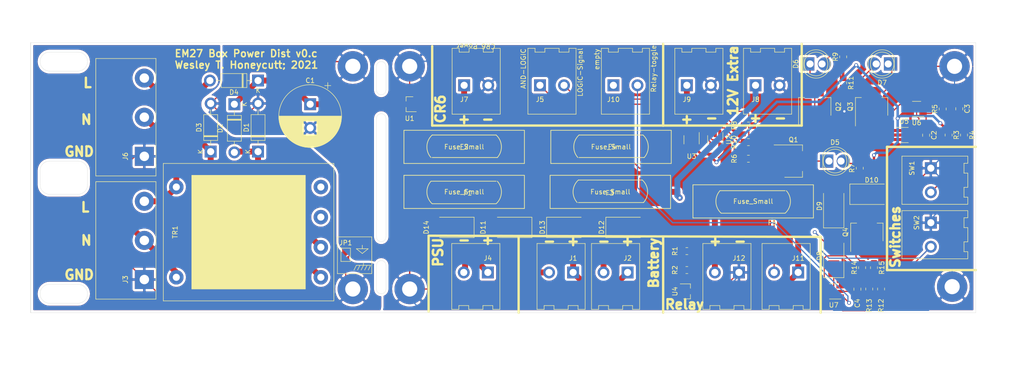
<source format=kicad_pcb>
(kicad_pcb (version 20241229) (generator "pcbnew") (generator_version "9.0")
  (title_block (title "EM27 Box Power Distribution Circuit") (date "2021-10-19") (rev "0.a") (company "Wesley T. Honeycutt"))
  (layers (0 "F.Cu" signal) (2 "B.Cu" signal) (13 "F.Paste" user) (15 "B.Paste" user) (5 "F.SilkS" user) (7 "B.SilkS" user) (1 "F.Mask" user) (3 "B.Mask" user) (25 "Edge.Cuts" user))
  (net 0 "")
  (net 1 "Net-(C1-Pad1)")
  (net 2 "GND")
  (net 3 "Net-(C2-Pad1)")
  (net 4 "Net-(C2-Pad2)")
  (net 5 "Net-(C3-Pad2)")
  (net 6 "Net-(C4-Pad2)")
  (net 7 "Net-(D1-Pad1)")
  (net 8 "Net-(D3-Pad1)")
  (net 9 "Net-(D5-Pad1)")
  (net 10 "Net-(D5-Pad2)")
  (net 11 "Net-(D6-Pad1)")
  (net 12 "Net-(D6-Pad2)")
  (net 13 "Net-(D7-Pad2)")
  (net 14 "Net-(D7-Pad1)")
  (net 15 "Net-(D8-Pad2)")
  (net 16 "+12V")
  (net 17 "Net-(D10-Pad1)")
  (net 18 "Net-(J3-Pad3)")
  (net 19 "Net-(J3-Pad2)")
  (net 20 "GNDPWR")
  (net 21 "Net-(F1-Pad1)")
  (net 22 "LOGIC-Signal")
  (net 23 "Net-(J5-Pad1)")
  (net 24 "Net-(F2-Pad2)")
  (net 25 "Net-(F3-Pad2)")
  (net 26 "Net-(F4-Pad2)")
  (net 27 "Net-(J10-Pad1)")
  (net 28 "Relay-toggle")
  (net 29 "Net-(F5-Pad2)")
  (net 30 "Net-(Q1-Pad1)")
  (net 31 "Net-(Q2-Pad1)")
  (net 32 "Net-(Q3-Pad1)")
  (net 33 "Net-(Q4-Pad1)")
  (net 34 "Net-(R1-Pad2)")
  (net 35 "+5V")
  (net 36 "LOGIC-Button")
  (net 37 "LOGIC-VAC")
  (net 38 "Net-(R14-Pad1)")
  (net 39 "Net-(TR1-Pad5)")
  (net 40 "Net-(TR1-Pad6)")
  (net 41 "Net-(U2-Pad4)")
  (net 42 "Net-(U5-Pad4)")
  (net 43 "Net-(D11-Pad1)")
  (net 44 "Net-(D12-Pad1)")
  (net 45 "Net-(D13-Pad2)")
  (net 46 "Net-(D14-Pad1)")
  (footprint "Capacitor_THT:CP_Radial_D13.0mm_P5.00mm" (layer "F.Cu") (at 71 25 -90)
    (property "Reference" "C1")
    (property "Value" "1kF")
  )
  (footprint "Diode_THT:D_DO-41_SOD81_P10.16mm_Horizontal" (layer "F.Cu") (at 60 20 180)
    (property "Reference" "D4")
    (property "Value" "1N4007")
  )
  (footprint "LED_THT:LED_D5.0mm" (layer "F.Cu") (at 180.5 37)
    (property "Reference" "D5")
    (property "Value" "LED")
  )
  (footprint "LED_THT:LED_D5.0mm" (layer "F.Cu") (at 193 16.5 180)
    (property "Reference" "D7")
    (property "Value" "LED")
  )
  (footprint "Diode_SMD:D_SMB_Handsoldering" (layer "F.Cu") (at 181.5 57 90)
    (property "Reference" "D8")
    (property "Value" "1n4002")
  )
  (footprint "Diode_SMD:D_SMB_Handsoldering" (layer "F.Cu") (at 181.5 46.5 90)
    (property "Reference" "D9")
    (property "Value" "1n4002")
  )
  (footprint "Diode_SMD:D_SMB_Handsoldering" (layer "F.Cu") (at 189.5 44)
    (property "Reference" "D10")
    (property "Value" "1n4002")
  )
  (footprint "BlueNalgenePrivateStock:KobiConn_5.08mm-2pos-35deg_screwterminal" (layer "F.Cu") (at 126.5 60.5 180)
    (property "Reference" "J1")
    (property "Value" "Screw_Terminal_01x02")
  )
  (footprint "BlueNalgenePrivateStock:KobiConn_5.08mm-2pos-35deg_screwterminal" (layer "F.Cu") (at 138 60.5 180)
    (property "Reference" "J2")
    (property "Value" "Screw_Terminal_01x02")
  )
  (footprint "BlueNalgenePrivateStock:Molex_Barrier_Term_Block-8.26mm-3pos" (layer "F.Cu") (at 36 62 90)
    (property "Reference" "J3")
    (property "Value" "Screw_Terminal_01x03")
  )
  (footprint "BlueNalgenePrivateStock:KobiConn_5.08mm-2pos-35deg_screwterminal" (layer "F.Cu") (at 108.5 60.5 180)
    (property "Reference" "J4")
    (property "Value" "Screw_Terminal_01x02")
  )
  (footprint "BlueNalgenePrivateStock:KobiConn_5.08mm-2pos-35deg_screwterminal" (layer "F.Cu") (at 119.5 21)
    (property "Reference" "J5")
    (property "Value" "Screw_Terminal_01x02")
  )
  (footprint "BlueNalgenePrivateStock:Molex_Barrier_Term_Block-8.26mm-3pos" (layer "F.Cu") (at 36 36 90)
    (property "Reference" "J6")
    (property "Value" "Screw_Terminal_01x03")
  )
  (footprint "BlueNalgenePrivateStock:KobiConn_5.08mm-2pos-35deg_screwterminal" (layer "F.Cu") (at 165 21)
    (property "Reference" "J8")
    (property "Value" "Screw_Terminal_01x02")
  )
  (footprint "BlueNalgenePrivateStock:KobiConn_5.08mm-2pos-35deg_screwterminal" (layer "F.Cu") (at 150.5 21)
    (property "Reference" "J9")
    (property "Value" "Screw_Terminal_01x02")
  )
  (footprint "BlueNalgenePrivateStock:KobiConn_5.08mm-2pos-35deg_screwterminal" (layer "F.Cu") (at 135 21)
    (property "Reference" "J10")
    (property "Value" "Screw_Terminal_01x02")
  )
  (footprint "BlueNalgenePrivateStock:KobiConn_5.08mm-2pos-35deg_screwterminal" (layer "F.Cu") (at 174 60.5 180)
    (property "Reference" "J11")
    (property "Value" "Screw_Terminal_01x02")
  )
  (footprint "Package_TO_SOT_SMD:SOT-223-3_TabPin2" (layer "F.Cu") (at 173 37)
    (property "Reference" "Q1")
    (property "Value" "PZT3904")
  )
  (footprint "Package_TO_SOT_SMD:SOT-223-3_TabPin2" (layer "F.Cu") (at 189.5 25.5 90)
    (property "Reference" "Q3")
    (property "Value" "PZT3904")
  )
  (footprint "Resistor_SMD:R_0805_2012Metric_Pad1.20x1.40mm_HandSolder" (layer "F.Cu") (at 150.5 60 180)
    (property "Reference" "R2")
    (property "Value" "10k")
  )
  (footprint "Resistor_SMD:R_0805_2012Metric_Pad1.20x1.40mm_HandSolder" (layer "F.Cu") (at 163.5 36.5 180)
    (property "Reference" "R6")
    (property "Value" "0R")
  )
  (footprint "Resistor_SMD:R_0805_2012Metric_Pad1.20x1.40mm_HandSolder" (layer "F.Cu") (at 191.5 64 90)
    (property "Reference" "R12")
    (property "Value" "100k")
  )
  (footprint "Resistor_SMD:R_0805_2012Metric_Pad1.20x1.40mm_HandSolder" (layer "F.Cu") (at 189 64 -90)
    (property "Reference" "R13")
    (property "Value" "5M")
  )
  (footprint "BlueNalgenePrivateStock:KobiConn_5.08mm-2pos-35deg_screwterminal" (layer "F.Cu") (at 202 38.5 -90)
    (property "Reference" "SW1")
    (property "Value" "SW_Push")
  )
  (footprint "BlueNalgenePrivateStock:KobiConn_5.08mm-2pos-35deg_screwterminal" (layer "F.Cu") (at 202 50 -90)
    (property "Reference" "SW2")
    (property "Value" "SW_Push")
  )
  (footprint "Package_TO_SOT_SMD:SOT-23-5_HandSoldering" (layer "F.Cu") (at 151.5 32.5 -90)
    (property "Reference" "U3")
    (property "Value" "74AHCT1G08")
  )
  (footprint "Package_TO_SOT_SMD:SOT-23" (layer "F.Cu") (at 150.5 64.5)
    (property "Reference" "U4")
    (property "Value" "MCP1700-5002E_SOT23")
  )
  (footprint "Diode_THT:D_DO-41_SOD81_P10.16mm_Horizontal" (layer "F.Cu") (at 55 25 -90)
    (property "Reference" "D2")
    (property "Value" "1N4007")
  )
  (footprint "Resistor_SMD:R_0805_2012Metric_Pad1.20x1.40mm_HandSolder" (layer "F.Cu") (at 163.5 33 180)
    (property "Reference" "R10")
    (property "Value" "0R")
  )
  (footprint "Package_TO_SOT_SMD:SOT-223-3_TabPin2" (layer "F.Cu") (at 188.5 52 90)
    (property "Reference" "Q4")
    (property "Value" "PZT3904")
  )
  (footprint "Resistor_SMD:R_0805_2012Metric_Pad1.20x1.40mm_HandSolder" (layer "F.Cu") (at 190 59.5 -90)
    (property "Reference" "R15")
    (property "Value" "0R")
  )
  (footprint "Resistor_SMD:R_0805_2012Metric_Pad1.20x1.40mm_HandSolder" (layer "F.Cu") (at 187.5 59.5 90)
    (property "Reference" "R14")
    (property "Value" "0R")
  )
  (footprint "Diode_THT:D_DO-41_SOD81_P10.16mm_Horizontal" (layer "F.Cu") (at 60 35 90)
    (property "Reference" "D1")
    (property "Value" "1N4007")
  )
  (footprint "Diode_THT:D_DO-41_SOD81_P10.16mm_Horizontal" (layer "F.Cu") (at 50 35 90)
    (property "Reference" "D3")
    (property "Value" "1N4007")
  )
  (footprint "BlueNalgenePrivateStock:FUSE_5x20" (layer "F.Cu") (at 103.5 43.5 180)
    (property "Reference" "F1")
    (property "Value" "Fuse_Small")
  )
  (footprint "BlueNalgenePrivateStock:FUSE_5x20" (layer "F.Cu") (at 134.5 34)
    (property "Reference" "F4")
    (property "Value" "Fuse_Small")
  )
  (footprint "MountingHole:MountingHole_3.2mm_M3_Pad" (layer "F.Cu") (at 206.5 63.5)
    (property "Reference" "H1" (hide yes))
    (property "Value" "MountingHole_Pad")
  )
  (footprint "MountingHole:MountingHole_3.2mm_M3_Pad" (layer "F.Cu") (at 92 17)
    (property "Reference" "H3" (hide yes))
    (property "Value" "MountingHole_Pad")
  )
  (footprint "MountingHole:MountingHole_3.2mm_M3_Pad" (layer "F.Cu") (at 80 64)
    (property "Reference" "H5" (hide yes))
    (property "Value" "MountingHole_Pad")
  )
  (footprint "MountingHole:MountingHole_3.2mm_M3_Pad" (layer "F.Cu") (at 80 17)
    (property "Reference" "H6" (hide yes))
    (property "Value" "MountingHole_Pad")
  )
  (footprint "MountingHole:MountingHole_3.2mm_M3_Pad" (layer "F.Cu") (at 207 17)
    (property "Reference" "H2" (hide yes))
    (property "Value" "MountingHole_Pad")
  )
  (footprint "LED_THT:LED_D5.0mm" (layer "F.Cu") (at 176.5 16.5)
    (property "Reference" "D6")
    (property "Value" "LED")
  )
  (footprint "Package_TO_SOT_SMD:SOT-23" (layer "F.Cu") (at 92 25 180)
    (property "Reference" "U1")
    (property "Value" "MCP1700-5002E_SOT23")
  )
  (footprint "Resistor_SMD:R_0805_2012Metric_Pad1.20x1.40mm_HandSolder" (layer "F.Cu") (at 183.5 15 90)
    (property "Reference" "R9")
    (property "Value" "10k")
  )
  (footprint "Package_TO_SOT_SMD:SOT-223-3_TabPin2" (layer "F.Cu") (at 177.5 25.5 90)
    (property "Reference" "Q2")
    (property "Value" "PZT3904")
  )
  (footprint "BlueNalgenePrivateStock:FUSE_5x20" (layer "F.Cu") (at 164.5 45.5 180)
    (property "Reference" "F5")
    (property "Value" "Fuse_Small")
  )
  (footprint "BlueNalgenePrivateStock:FUSE_5x20" (layer "F.Cu") (at 103.5 34)
    (property "Reference" "F2")
    (property "Value" "Fuse_Small")
  )
  (footprint "BlueNalgenePrivateStock:KobiConn_5.08mm-2pos-35deg_screwterminal" (layer "F.Cu") (at 161.5 60.5 180)
    (property "Reference" "J12")
    (property "Value" "Screw_Terminal_01x02")
  )
  (footprint "Resistor_SMD:R_0805_2012Metric_Pad1.20x1.40mm_HandSolder" (layer "F.Cu") (at 150.5 56)
    (property "Reference" "R1")
    (property "Value" "15k")
  )
  (footprint "Capacitor_SMD:C_0805_2012Metric_Pad1.18x1.45mm_HandSolder" (layer "F.Cu") (at 186.5 64.0375 -90)
    (property "Reference" "C4")
    (property "Value" "1uF")
  )
  (footprint "Resistor_SMD:R_0805_2012Metric_Pad1.20x1.40mm_HandSolder" (layer "F.Cu") (at 163.5 29.5 180)
    (property "Reference" "R8")
    (property "Value" "0R")
  )
  (footprint "Resistor_SMD:R_0805_2012Metric_Pad1.20x1.40mm_HandSolder" (layer "F.Cu") (at 187 38.5 90)
    (property "Reference" "R7")
    (property "Value" "10k")
  )
  (footprint "Resistor_SMD:R_0805_2012Metric_Pad1.20x1.40mm_HandSolder" (layer "F.Cu") (at 183.5 20.5 -90)
    (property "Reference" "R11")
    (property "Value" "10k")
  )
  (footprint "MountingHole:MountingHole_3.2mm_M3_Pad" (layer "F.Cu") (at 92 64)
    (property "Reference" "H4" (hide yes))
    (property "Value" "MountingHole_Pad")
  )
  (footprint "Resistor_SMD:R_0805_2012Metric_Pad1.20x1.40mm_HandSolder" (layer "F.Cu") (at 204.5 26 90)
    (property "Reference" "R5")
    (property "Value" "100k")
  )
  (footprint "Resistor_SMD:R_0805_2012Metric_Pad1.20x1.40mm_HandSolder" (layer "F.Cu") (at 209 31.5 90)
    (property "Reference" "R4")
    (property "Value" "5M")
  )
  (footprint "Package_TO_SOT_SMD:SOT-23-5_HandSoldering" (layer "F.Cu") (at 196.35 31.5)
    (property "Reference" "U5")
    (property "Value" "74AHCT1G00")
  )
  (footprint "Package_TO_SOT_SMD:SOT-23-5_HandSoldering" (layer "F.Cu") (at 199 26 180)
    (property "Reference" "U6")
    (property "Value" "74AHCT1G00")
  )
  (footprint "Capacitor_SMD:C_0805_2012Metric_Pad1.18x1.45mm_HandSolder" (layer "F.Cu") (at 208 25.9625 -90)
    (property "Reference" "C3")
    (property "Value" "1uF")
  )
  (footprint "Capacitor_SMD:C_0805_2012Metric_Pad1.18x1.45mm_HandSolder" (layer "F.Cu") (at 201 31.5375 -90)
    (property "Reference" "C2")
    (property "Value" "1uF")
  )
  (footprint "Diode_SMD:D_SMB_Handsoldering" (layer "F.Cu") (at 138 51)
    (property "Reference" "D12")
    (property "Value" "D_Schottky")
  )
  (footprint "Diode_SMD:D_SMB_Handsoldering" (layer "F.Cu") (at 125.5 51)
    (property "Reference" "D13")
    (property "Value" "D_Schottky")
  )
  (footprint "Diode_SMD:D_SMB_Handsoldering" (layer "F.Cu") (at 113.2 51 180)
    (property "Reference" "D11")
    (property "Value" "D_Schottky")
  )
  (footprint "Diode_SMD:D_SMB_Handsoldering" (layer "F.Cu") (at 101 51 180)
    (property "Reference" "D14")
    (property "Value" "D_Schottky")
  )
  (footprint "Jumper:SolderJumper-2_P1.3mm_Open_TrianglePad1.0x1.5mm" (layer "F.Cu") (at 78.5 56.775 -90)
    (property "Reference" "JP1")
    (property "Value" "Jumper_NO_Small")
  )
  (footprint "BlueNalgenePrivateStock:KobiConn_5.08mm-2pos-35deg_screwterminal" (layer "F.Cu") (at 103.5 21)
    (property "Reference" "J7")
    (property "Value" "Screw_Terminal_01x02")
  )
  (footprint "BlueNalgenePrivateStock:FUSE_5x20" (layer "F.Cu") (at 134.356 43.5)
    (property "Reference" "F3")
    (property "Value" "Fuse_Small")
  )
  (footprint "Resistor_SMD:R_0805_2012Metric_Pad1.20x1.40mm_HandSolder" (layer "F.Cu") (at 205.75 31.5 -90)
    (property "Reference" "R3")
    (property "Value" "100k")
  )
  (footprint "Package_TO_SOT_SMD:SOT-23-5_HandSoldering" (layer "F.Cu") (at 156.5 32.5 -90)
    (property "Reference" "U2")
    (property "Value" "74AHCT1G86")
  )
  (footprint "Package_TO_SOT_SMD:SOT-23-5_HandSoldering" (layer "F.Cu") (at 181.5 64.5 180)
    (property "Reference" "U7")
    (property "Value" "74AHCT1G86")
  )
  (footprint "BlueNalgenePrivateStock:F12-090-C2" (layer "F.Cu") (at 58 52 -90)
    (property "Reference" "TR1")
    (property "Value" "F12-090-C2_Transformer")
  )
  (gr_line (start 83.25 55.5) (end 82 55.5) (stroke (width 0.12)) (layer "F.SilkS"))
  (gr_line (start 155 28) (end 156.5 28) (stroke (width 0.5)) (layer "F.SilkS"))
  (gr_line (start 165 27.25) (end 165 28.75) (stroke (width 0.5)) (layer "F.SilkS"))
  (gr_line (start 161 54) (end 162.5 54) (stroke (width 0.5)) (layer "F.SilkS"))
  (gr_line (start 156.5 53.25) (end 156.5 54.75) (stroke (width 0.5)) (layer "F.SilkS"))
  (gr_line (start 145.5 69) (end 145.5 53) (stroke (width 0.5)) (layer "F.SilkS"))
  (gr_line (start 192.75 60) (end 211.5 60) (stroke (width 0.5)) (layer "F.SilkS"))
  (gr_line (start 108.5 53) (end 108.5 54.5) (stroke (width 0.5)) (layer "F.SilkS"))
  (gr_line (start 107.75 53.75) (end 109.25 53.75) (stroke (width 0.5)) (layer "F.SilkS"))
  (gr_line (start 102.75 53.75) (end 104.25 53.75) (stroke (width 0.5)) (layer "F.SilkS"))
  (gr_line (start 138 53.25) (end 138 54.75) (stroke (width 0.5)) (layer "F.SilkS"))
  (gr_line (start 137.25 54) (end 138.75 54) (stroke (width 0.5)) (layer "F.SilkS"))
  (gr_line (start 132.25 54) (end 133.75 54) (stroke (width 0.5)) (layer "F.SilkS"))
  (gr_line (start 82 55.5) (end 80.75 55.5) (stroke (width 0.12)) (layer "F.SilkS"))
  (gr_line (start 149.75 28.25) (end 151.25 28.25) (stroke (width 0.5)) (layer "F.SilkS"))
  (gr_line (start 96 52.75) (end 178.75 53) (stroke (width 0.5)) (layer "F.SilkS"))
  (gr_line (start 84 53) (end 76.75 53) (stroke (width 0.12)) (layer "F.SilkS"))
  (gr_line (start 80.75 59) (end 80.25 60) (stroke (width 0.12)) (layer "F.SilkS"))
  (gr_line (start 76.75 53) (end 76.75 60.75) (stroke (width 0.12)) (layer "F.SilkS"))
  (gr_line (start 96.75 29.5) (end 145.5 29.5) (stroke (width 0.5)) (layer "F.SilkS"))
  (gr_line (start 84 60.5) (end 84 53) (stroke (width 0.12)) (layer "F.SilkS"))
  (gr_line (start 107.75 28.25) (end 109.25 28.25) (stroke (width 0.5)) (layer "F.SilkS"))
  (gr_line (start 150.5 27.5) (end 150.5 29) (stroke (width 0.5)) (layer "F.SilkS"))
  (gr_line (start 155.75 54) (end 157.25 54) (stroke (width 0.5)) (layer "F.SilkS"))
  (gr_line (start 81.5 59) (end 81 60) (stroke (width 0.12)) (layer "F.SilkS"))
  (gr_line (start 174.75 29.5) (end 174.75 12.25) (stroke (width 0.5)) (layer "F.SilkS"))
  (gr_line (start 178.75 69) (end 178.75 53) (stroke (width 0.5)) (layer "F.SilkS"))
  (gr_line (start 126.5 53.25) (end 126.5 54.75) (stroke (width 0.5)) (layer "F.SilkS"))
  (gr_line (start 96.75 12.75) (end 96.75 29.5) (stroke (width 0.5)) (layer "F.SilkS"))
  (gr_line (start 115 69) (end 115 53) (stroke (width 0.5)) (layer "F.SilkS"))
  (gr_line (start 82.25 59) (end 81.75 60) (stroke (width 0.12)) (layer "F.SilkS"))
  (gr_line (start 80.75 59) (end 83.75 59) (stroke (width 0.12)) (layer "F.SilkS"))
  (gr_line (start 82 54.75) (end 82 55.5) (stroke (width 0.12)) (layer "F.SilkS"))
  (gr_line (start 169.5 28) (end 171 28) (stroke (width 0.5)) (layer "F.SilkS"))
  (gr_line (start 192.75 34) (end 192.75 60) (stroke (width 0.5)) (layer "F.SilkS"))
  (gr_line (start 103.5 27.5) (end 103.5 29) (stroke (width 0.5)) (layer "F.SilkS"))
  (gr_line (start 125.75 54) (end 127.25 54) (stroke (width 0.5)) (layer "F.SilkS"))
  (gr_line (start 211.5 34) (end 192.75 34) (stroke (width 0.5)) (layer "F.SilkS"))
  (gr_line (start 164.25 28) (end 165.75 28) (stroke (width 0.5)) (layer "F.SilkS"))
  (gr_line (start 82 56.5) (end 83.25 55.5) (stroke (width 0.12)) (layer "F.SilkS"))
  (gr_line (start 145.5 29.5) (end 145.5 12.25) (stroke (width 0.5)) (layer "F.SilkS"))
  (gr_line (start 84 60.75) (end 84 60.25) (stroke (width 0.12)) (layer "F.SilkS"))
  (gr_line (start 102.75 28.25) (end 104.25 28.25) (stroke (width 0.5)) (layer "F.SilkS"))
  (gr_line (start 120.75 54) (end 122.25 54) (stroke (width 0.5)) (layer "F.SilkS"))
  (gr_line (start 145.5 29.5) (end 174.75 29.5) (stroke (width 0.5)) (layer "F.SilkS"))
  (gr_line (start 83 59) (end 82.5 60) (stroke (width 0.12)) (layer "F.SilkS"))
  (gr_line (start 83.75 59) (end 83.25 60) (stroke (width 0.12)) (layer "F.SilkS"))
  (gr_line (start 82.25 59) (end 82.25 58.5) (stroke (width 0.12)) (layer "F.SilkS"))
  (gr_line (start 96 68.75) (end 96 52.75) (stroke (width 0.5)) (layer "F.SilkS"))
  (gr_line (start 80.75 55.5) (end 82 56.5) (stroke (width 0.12)) (layer "F.SilkS"))
  (gr_line (start 76.75 60.75) (end 84 60.75) (stroke (width 0.12)) (layer "F.SilkS"))
  (gr_arc (start 87 53) (mid 86 54) (end 85 53) (stroke (width 0.05)) (layer "Edge.Cuts"))
  (gr_arc (start 85 59) (mid 86 58) (end 87 59) (stroke (width 0.05)) (layer "Edge.Cuts"))
  (gr_line (start 85 64) (end 85 59) (stroke (width 0.05)) (layer "Edge.Cuts"))
  (gr_arc (start 85 28) (mid 86 27) (end 87 28) (stroke (width 0.05)) (layer "Edge.Cuts"))
  (gr_arc (start 87 22) (mid 86 23) (end 85 22) (stroke (width 0.05)) (layer "Edge.Cuts"))
  (gr_line (start 85 17) (end 85 22) (stroke (width 0.05)) (layer "Edge.Cuts"))
  (gr_line (start 16 14) (end 22 14) (stroke (width 0.05)) (layer "Edge.Cuts"))
  (gr_line (start 22 18) (end 16 18) (stroke (width 0.05)) (layer "Edge.Cuts"))
  (gr_line (start 16 37) (end 22 37) (stroke (width 0.05)) (layer "Edge.Cuts"))
  (gr_line (start 22 44) (end 16 44) (stroke (width 0.05)) (layer "Edge.Cuts"))
  (gr_line (start 14 39) (end 14 42) (stroke (width 0.05)) (layer "Edge.Cuts"))
  (gr_line (start 24 42) (end 24 39) (stroke (width 0.05)) (layer "Edge.Cuts"))
  (gr_line (start 22 67) (end 16 67) (stroke (width 0.05)) (layer "Edge.Cuts"))
  (gr_line (start 16 63) (end 22 63) (stroke (width 0.05)) (layer "Edge.Cuts"))
  (gr_line (start 85 28) (end 85 53) (stroke (width 0.05)) (layer "Edge.Cuts"))
  (gr_line (start 87 53) (end 87 28) (stroke (width 0.05)) (layer "Edge.Cuts"))
  (gr_line (start 211.5 69) (end 12 69) (stroke (width 0.05)) (layer "Edge.Cuts"))
  (gr_arc (start 87 64) (mid 86 65) (end 85 64) (stroke (width 0.05)) (layer "Edge.Cuts"))
  (gr_arc (start 85 17) (mid 86 16) (end 87 17) (stroke (width 0.05)) (layer "Edge.Cuts"))
  (gr_arc (start 14 39) (mid 14.585786 37.585786) (end 16 37) (stroke (width 0.05)) (layer "Edge.Cuts"))
  (gr_line (start 12 12) (end 211.5 12) (stroke (width 0.05)) (layer "Edge.Cuts"))
  (gr_line (start 87 22) (end 87 17) (stroke (width 0.05)) (layer "Edge.Cuts"))
  (gr_arc (start 16 18) (mid 14 16) (end 16 14) (stroke (width 0.05)) (layer "Edge.Cuts"))
  (gr_arc (start 22 14) (mid 24 16) (end 22 18) (stroke (width 0.05)) (layer "Edge.Cuts"))
  (gr_line (start 211.5 12) (end 211.5 69) (stroke (width 0.05)) (layer "Edge.Cuts"))
  (gr_arc (start 16 67) (mid 14 65) (end 16 63) (stroke (width 0.05)) (layer "Edge.Cuts"))
  (gr_line (start 12 69) (end 12 12) (stroke (width 0.1)) (layer "Edge.Cuts"))
  (gr_arc (start 16 44) (mid 14.585786 43.414214) (end 14 42) (stroke (width 0.05)) (layer "Edge.Cuts"))
  (gr_arc (start 22 63) (mid 24 65) (end 22 67) (stroke (width 0.05)) (layer "Edge.Cuts"))
  (gr_arc (start 22 37) (mid 23.414214 37.585786) (end 24 39) (stroke (width 0.05)) (layer "Edge.Cuts"))
  (gr_arc (start 24 42) (mid 23.414214 43.414214) (end 22 44) (stroke (width 0.05)) (layer "Edge.Cuts"))
  (gr_line (start 87 59) (end 87 64) (stroke (width 0.05)) (layer "Edge.Cuts"))
  (gr_text "Battery" (at 143.5 58.5 90) (layer "F.SilkS") (effects (font (size 2 2) (thickness 0.5))))
  (gr_text "PSU" (at 98 56.25 90) (layer "F.SilkS") (effects (font (size 2 2) (thickness 0.5))))
  (gr_text "GND" (at 22.25 35 0) (layer "F.SilkS") (effects (font (size 2 2) (thickness 0.5))))
  (gr_text "L" (at 24 20.5 0) (layer "F.SilkS") (effects (font (size 2 2) (thickness 0.5))))
  (gr_text "GND" (at 22.25 61 0) (layer "F.SilkS") (effects (font (size 2 2) (thickness 0.5))))
  (gr_text "N" (at 23.75 53.75 0) (layer "F.SilkS") (effects (font (size 2 2) (thickness 0.5))))
  (gr_text "L" (at 23.5 46.75 0) (layer "F.SilkS") (effects (font (size 2 2) (thickness 0.5))))
  (gr_text "AND-LOGIC" (at 116 17.5 90) (layer "F.SilkS") (effects (font (size 1 1))))
  (gr_text "LOGIC-Signal" (at 128 18.25 90) (layer "F.SilkS") (effects (font (size 1 1))))
  (gr_text "Relay-toggle" (at 143.5 17.5 90) (layer "F.SilkS") (effects (font (size 1 1))))
  (gr_text "CR6" (at 98.5 26 90) (layer "F.SilkS") (effects (font (size 2 2) (thickness 0.5))))
  (gr_text "EM27 Box Power Dist v0.c\nWesley T. Honeycutt; 2021" (at 42.25 15.5 0) (layer "F.SilkS") (effects (font (size 1.5 1.5) (thickness 0.3)) (justify left)))
  (gr_text "empty" (at 131.5 15.5 90) (layer "F.SilkS") (effects (font (size 1 1))))
  (gr_text "12V Extra" (at 160.25 20 90) (layer "F.SilkS") (effects (font (size 2 2) (thickness 0.5))))
  (gr_text "Switches" (at 194.5 53 90) (layer "F.SilkS") (effects (font (size 2 2) (thickness 0.5))))
  (gr_text "Relay" (at 150 67.25 0) (layer "F.SilkS") (effects (font (size 2 2) (thickness 0.5))))
  (gr_text "N" (at 23.75 28.25 0) (layer "F.SilkS") (effects (font (size 2 2) (thickness 0.5))))
  (gr_text "CR6 Power" (at 106 12.75 180) (layer "F.SilkS") (effects (font (size 1 1))))
  (segment (start 174.25 65.25) (end 174.5 65.5) (width 0.25) (layer "F.Cu") (net 0))
  (segment (start 176.5 64.75) (end 176.5 65.5) (width 0.25) (layer "F.Cu") (net 0))
  (segment (start 173.5 64) (end 173.5 65.25) (width 0.25) (layer "F.Cu") (net 0))
  (segment (start 175 65.25) (end 175 64) (width 0.25) (layer "F.Cu") (net 0))
  (segment (start 173.75 65.5) (end 174 65.5) (width 0.25) (layer "F.Cu") (net 0))
  (segment (start 173.5 65.25) (end 173.75 65.5) (width 0.25) (layer "F.Cu") (net 0))
  (segment (start 175 64) (end 175.75 64) (width 0.25) (layer "F.Cu") (net 0))
  (segment (start 177.25 64.75) (end 177.25 65.5) (width 0.25) (layer "F.Cu") (net 0))
  (segment (start 177.25 64) (end 177.25 65.5) (width 0.25) (layer "F.Cu") (net 0))
  (segment (start 175.75 64) (end 176.5 64) (width 0.25) (layer "F.Cu") (net 0))
  (segment (start 176.5 64.75) (end 177.25 64.75) (width 0.25) (layer "F.Cu") (net 0))
  (segment (start 176.25 64) (end 176.5 64) (width 0.25) (layer "F.Cu") (net 0))
  (segment (start 174.75 65.5) (end 175 65.25) (width 0.25) (layer "F.Cu") (net 0))
  (segment (start 174 65.5) (end 174.25 65.25) (width 0.25) (layer "F.Cu") (net 0))
  (segment (start 174.5 65.5) (end 174.75 65.5) (width 0.25) (layer "F.Cu") (net 0))
  (segment (start 176.5 64) (end 176.5 64.75) (width 0.25) (layer "F.Cu") (net 0))
  (segment (start 175.75 64) (end 175.75 65.5) (width 0.25) (layer "F.Cu") (net 0))
  (segment (start 55 25) (end 60 20) (width 1.25) (layer "F.Cu") (net 1))
  (segment (start 66 20) (end 71 25) (width 1.25) (layer "F.Cu") (net 1))
  (segment (start 91 25) (end 71 25) (width 1.25) (layer "F.Cu") (net 1))
  (segment (start 60 20) (end 66 20) (width 1.25) (layer "F.Cu") (net 1))
  (segment (start 183.75 26.5) (end 183.75 26.5) (width 0.25) (layer "F.Cu") (net 2))
  (segment (start 190 60.5) (end 188.5 62) (width 0.25) (layer "F.Cu") (net 2))
  (segment (start 149.5 63.55) (end 149.5 60) (width 0.25) (layer "F.Cu") (net 2))
  (segment (start 58.84 16) (end 79 16) (width 0.25) (layer "F.Cu") (net 2))
  (segment (start 191.8 27.4) (end 202.2 17) (width 0.25) (layer "F.Cu") (net 2))
  (segment (start 159.75 33.5) (end 159.75 39) (width 0.25) (layer "F.Cu") (net 2))
  (segment (start 55 29.84) (end 60 24.84) (width 0.25) (layer "F.Cu") (net 2))
  (segment (start 151.5 33.13) (end 151.5 39) (width 0.25) (layer "F.Cu") (net 2))
  (segment (start 88 56) (end 92 60) (width 0.25) (layer "F.Cu") (net 2))
  (segment (start 202.2 17) (end 202.5 17) (width 0.25) (layer "F.Cu") (net 2))
  (segment (start 200.5 45.5) (end 199 44) (width 0.25) (layer "F.Cu") (net 2))
  (segment (start 208.425 24.925) (end 210 26.5) (width 0.25) (layer "F.Cu") (net 2))
  (segment (start 92 60) (end 92 64) (width 0.25) (layer "F.Cu") (net 2))
  (segment (start 182.85 63.55) (end 185.95 63.55) (width 0.25) (layer "F.Cu") (net 2))
  (segment (start 141.189998 39) (end 151.5 39) (width 0.25) (layer "F.Cu") (net 2))
  (segment (start 139 41.189998) (end 141.189998 39) (width 0.25) (layer "F.Cu") (net 2))
  (segment (start 191.8 28.65) (end 191.8 27.4) (width 0.25) (layer "F.Cu") (net 2))
  (segment (start 78.5 55.5) (end 80 54) (width 0.25) (layer "F.Cu") (net 2))
  (segment (start 179.8 28.65) (end 180.85 28.65) (width 0.25) (layer "F.Cu") (net 2))
  (segment (start 139 49.3) (end 139 41.189998) (width 0.25) (layer "F.Cu") (net 2))
  (segment (start 191 60.5) (end 191.02501 60.47499) (width 0.25) (layer "F.Cu") (net 2))
  (segment (start 150.55 31.15) (end 150.55 32.18) (width 0.25) (layer "F.Cu") (net 2))
  (segment (start 92 24.479707) (end 92 17) (width 0.25) (layer "F.Cu") (net 2))
  (segment (start 82 56) (end 88 56) (width 0.25) (layer "F.Cu") (net 2))
  (segment (start 92 64) (end 108 64) (width 0.25) (layer "F.Cu") (net 2))
  (segment (start 50 24.84) (end 55 29.84) (width 0.25) (layer "F.Cu") (net 2))
  (segment (start 92.87499 26.07501) (end 90.92499 26.07501) (width 0.25) (layer "F.Cu") (net 2))
  (segment (start 167.66 18.34) (end 170.25 15.75) (width 0.25) (layer "F.Cu") (net 2))
  (segment (start 199 41.5) (end 202 38.5) (width 0.25) (layer "F.Cu") (net 2))
  (segment (start 110.5 61.810002) (end 110.5 61.5) (width 0.25) (layer "F.Cu") (net 2))
  (segment (start 200.5 38.5) (end 195 33) (width 0.25) (layer "F.Cu") (net 2))
  (segment (start 210 39.5) (end 204 45.5) (width 0.25) (layer "F.Cu") (net 2))
  (segment (start 90.92499 26.07501) (end 87.92499 29.07501) (width 0.25) (layer "F.Cu") (net 2))
  (segment (start 158.75 63.25) (end 161.5 60.5) (width 0.25) (layer "F.Cu") (net 2))
  (segment (start 170.08 21) (end 167.66 18.58) (width 0.25) (layer "F.Cu") (net 2))
  (segment (start 195 33) (end 195 32.45) (width 0.25) (layer "F.Cu") (net 2))
  (segment (start 158.75 32.5) (end 159.75 33.5) (width 0.25) (layer "F.Cu") (net 2))
  (segment (start 202.5 17) (end 207 17) (width 0.25) (layer "F.Cu") (net 2))
  (segment (start 198.2 50) (end 192.2 44) (width 0.25) (layer "F.Cu") (net 2))
  (segment (start 173 13) (end 198.5 13) (width 0.25) (layer "F.Cu") (net 2))
  (segment (start 93 25.95) (end 92.87499 26.07501) (width 0.25) (layer "F.Cu") (net 2))
  (segment (start 93 25.479707) (end 92 24.479707) (width 0.25) (layer "F.Cu") (net 2))
  (segment (start 155.55 31.15) (end 155.55 32.18) (width 0.25) (layer "F.Cu") (net 2))
  (segment (start 108 64) (end 108.310002 64) (width 0.25) (layer "F.Cu") (net 2))
  (segment (start 92 57.3) (end 98.3 51) (width 0.25) (layer "F.Cu") (net 2))
  (segment (start 207.075 24) (end 208 24.925) (width 0.25) (layer "F.Cu") (net 2))
  (segment (start 50 24.84) (end 58.84 16) (width 0.25) (layer "F.Cu") (net 2))
  (segment (start 156.5 32.5) (end 158.75 32.5) (width 0.25) (layer "F.Cu") (net 2))
  (segment (start 79 16) (end 80 17) (width 0.25) (layer "F.Cu") (net 2))
  (segment (start 92 64) (end 92 57.3) (width 0.25) (layer "F.Cu") (net 2))
  (segment (start 191.02501 55.37501) (end 190.8 55.15) (width 0.25) (layer "F.Cu") (net 2))
  (segment (start 185.95 63.55) (end 186.5 63) (width 0.25) (layer "F.Cu") (net 2))
  (segment (start 87.92499 29.07501) (end 87.92499 39.945283) (width 0.25) (layer "F.Cu") (net 2))
  (segment (start 170.08 15.92) (end 170.25 15.75) (width 0.25) (layer "F.Cu") (net 2))
  (segment (start 204 45.5) (end 200.5 45.5) (width 0.25) (layer "F.Cu") (net 2))
  (segment (start 150.55 32.18) (end 151.5 33.13) (width 0.25) (layer "F.Cu") (net 2))
  (segment (start 154.5 52.5) (end 153 51) (width 0.25) (layer "F.Cu") (net 2))
  (segment (start 158.5 39) (end 159.75 39) (width 0.25) (layer "F.Cu") (net 2))
  (segment (start 181.6 28.65) (end 183.75 26.5) (width 0.25) (layer "F.Cu") (net 2))
  (segment (start 93 25.95) (end 93 25.479707) (width 0.25) (layer "F.Cu") (net 2))
  (segment (start 80 54) (end 82 56) (width 0.25) (layer "F.Cu") (net 2))
  (segment (start 149.5 60.7) (end 149.5 60) (width 0.25) (layer "F.Cu") (net 2))
  (segment (start 108.310002 64) (end 110.5 61.810002) (width 0.25) (layer "F.Cu") (net 2))
  (segment (start 110.5 51) (end 110.5 61.5) (width 0.25) (layer "F.Cu") (net 2))
  (segment (start 155.75 63.25) (end 158.75 63.25) (width 0.25) (layer "F.Cu") (net 2))
  (segment (start 201.36359 38.5) (end 202 38.5) (width 0.25) (layer "F.Cu") (net 2))
  (segment (start 78.5 56.05) (end 78.5 55.5) (width 0.25) (layer "F.Cu") (net 2))
  (segment (start 195 32.45) (end 195.45 32.45) (width 0.25) (layer "F.Cu") (net 2))
  (segment (start 80 39) (end 80 54) (width 0.25) (layer "F.Cu") (net 2))
  (segment (start 71 30) (end 80 39) (width 0.25) (layer "F.Cu") (net 2))
  (segment (start 87.92499 39.945283) (end 88 40.020293) (width 0.25) (layer "F.Cu") (net 2))
  (segment (start 199 43) (end 199 41.5) (width 0.25) (layer "F.Cu") (net 2))
  (segment (start 208 24.925) (end 208.425 24.925) (width 0.25) (layer "F.Cu") (net 2))
  (segment (start 198.5 13) (end 202.5 17) (width 0.25) (layer "F.Cu") (net 2))
  (segment (start 158 18.58) (end 167.66 18.58) (width 0.25) (layer "F.Cu") (net 2))
  (segment (start 170.25 15.75) (end 173 13) (width 0.25) (layer "F.Cu") (net 2))
  (segment (start 190 60.5) (end 191 60.5) (width 0.25) (layer "F.Cu") (net 2))
  (segment (start 199 44) (end 199 43) (width 0.25) (layer "F.Cu") (net 2))
  (segment (start 155.87 32.5) (end 156.5 32.5) (width 0.25) (layer "F.Cu") (net 2))
  (segment (start 153 51) (end 140.7 51) (width 0.25) (layer "F.Cu") (net 2))
  (segment (start 140.7 51) (end 139 49.3) (width 0.25) (layer "F.Cu") (net 2))
  (segment (start 187.5 62) (end 186.5 63) (width 0.25) (layer "F.Cu") (net 2))
  (segment (start 191.02501 60.47499) (end 191.02501 55.37501) (width 0.25) (layer "F.Cu") (net 2))
  (segment (start 180.85 28.65) (end 181.6 28.65) (width 0.25) (layer "F.Cu") (net 2))
  (segment (start 65.84 24.84) (end 71 30) (width 0.25) (layer "F.Cu") (net 2))
  (segment (start 202 38.5) (end 200.5 38.5) (width 0.25) (layer "F.Cu") (net 2))
  (segment (start 198.2 50) (end 202 50) (width 0.25) (layer "F.Cu") (net 2))
  (segment (start 192.2 53.75) (end 190.8 55.15) (width 0.25) (layer "F.Cu") (net 2))
  (segment (start 154.5 62) (end 155.75 63.25) (width 0.25) (layer "F.Cu") (net 2))
  (segment (start 200.35 25.05) (end 201.95 25.05) (width 0.25) (layer "F.Cu") (net 2))
  (segment (start 169.55 39) (end 169.85 39.3) (width 0.25) (layer "F.Cu") (net 2))
  (segment (start 203 24) (end 207.075 24) (width 0.25) (layer "F.Cu") (net 2))
  (segment (start 108 64) (end 111.5 67.5) (width 0.25) (layer "F.Cu") (net 2))
  (segment (start 158 18.58) (end 155.58 21) (width 0.25) (layer "F.Cu") (net 2))
  (segment (start 155.55 32.18) (end 155.87 32.5) (width 0.25) (layer "F.Cu") (net 2))
  (segment (start 195 32.45) (end 194.55 32.45) (width 0.25) (layer "F.Cu") (net 2))
  (segment (start 210 26.5) (end 210 39.5) (width 0.25) (layer "F.Cu") (net 2))
  (segment (start 154.5 62) (end 154.5 52.5) (width 0.25) (layer "F.Cu") (net 2))
  (segment (start 159.75 39) (end 169.55 39) (width 0.25) (layer "F.Cu") (net 2))
  (segment (start 142.7 67.5) (end 149.5 60.7) (width 0.25) (layer "F.Cu") (net 2))
  (segment (start 156.294998 32.5) (end 156.5 32.5) (width 0.25) (layer "F.Cu") (net 2))
  (segment (start 192.2 44) (end 192.2 53.75) (width 0.25) (layer "F.Cu") (net 2))
  (segment (start 60 24.84) (end 65.84 24.84) (width 0.25) (layer "F.Cu") (net 2))
  (segment (start 167.66 18.58) (end 167.66 18.34) (width 0.25) (layer "F.Cu") (net 2))
  (segment (start 111.5 67.5) (end 142.7 67.5) (width 0.25) (layer "F.Cu") (net 2))
  (segment (start 188.5 62) (end 187.5 62) (width 0.25) (layer "F.Cu") (net 2))
  (segment (start 151.5 39) (end 158.5 39) (width 0.25) (layer "F.Cu") (net 2))
  (segment (start 199 43.5) (end 199 43) (width 0.25) (layer "F.Cu") (net 2))
  (segment (start 88 40.020293) (end 88 56) (width 0.25) (layer "F.Cu") (net 2))
  (segment (start 201.95 25.05) (end 203 24) (width 0.25) (layer "F.Cu") (net 2))
  (via (at 183.75 26.5) (size 0.8) (drill 0.5) (layers "F.Cu" "B.Cu") (net 2))
  (segment (start 103.5 15.92) (end 108.58 21) (width 0.25) (layer "B.Cu") (net 2))
  (segment (start 92 66) (end 92 64) (width 0.25) (layer "B.Cu") (net 2))
  (segment (start 179.225001 66.225001) (end 175.274999 66.225001) (width 0.25) (layer "B.Cu") (net 2))
  (segment (start 204.25 47) (end 204.25 44) (width 0.25) (layer "B.Cu") (net 2))
  (segment (start 201.5 68.5) (end 181.5 68.5) (width 0.25) (layer "B.Cu") (net 2))
  (segment (start 202 50) (end 202 49.25) (width 0.25) (layer "B.Cu") (net 2))
  (segment (start 161.5 60.5) (end 161.5 62.25) (width 0.25) (layer "B.Cu") (net 2))
  (segment (start 206.5 63.5) (end 201.5 68.5) (width 0.25) (layer "B.Cu") (net 2))
  (segment (start 161.5 62.25) (end 165.475001 66.225001) (width 0.25) (layer "B.Cu") (net 2))
  (segment (start 206.5 53) (end 203.5 50) (width 0.25) (layer "B.Cu") (net 2))
  (segment (start 202 49.25) (end 204.25 47) (width 0.25) (layer "B.Cu") (net 2))
  (segment (start 103.5 15.92) (end 93.08 15.92) (width 0.25) (layer "B.Cu") (net 2))
  (segment (start 206.5 53) (end 206.5 63.5) (width 0.25) (layer "B.Cu") (net 2))
  (segment (start 202 50) (end 195 50) (width 0.25) (layer "B.Cu") (net 2))
  (segment (start 94 68) (end 92 66) (width 0.25) (layer "B.Cu") (net 2))
  (segment (start 185.5 28.25) (end 183.75 26.5) (width 0.25) (layer "B.Cu") (net 2))
  (segment (start 161.5 61.25) (end 154.75 68) (width 0.25) (layer "B.Cu") (net 2))
  (segment (start 165.475001 66.225001) (end 166.524999 66.225001) (width 0.25) (layer "B.Cu") (net 2))
  (segment (start 166.524999 66.225001) (end 175.274999 66.225001) (width 0.25) (layer "B.Cu") (net 2))
  (segment (start 181.5 68.5) (end 179.225001 66.225001) (width 0.25) (layer "B.Cu") (net 2))
  (segment (start 93.08 15.92) (end 92 17) (width 0.25) (layer "B.Cu") (net 2))
  (segment (start 161.5 60.5) (end 161.5 61.25) (width 0.25) (layer "B.Cu") (net 2))
  (segment (start 186 28.75) (end 185.5 28.25) (width 0.25) (layer "B.Cu") (net 2))
  (segment (start 154.75 68) (end 94 68) (width 0.25) (layer "B.Cu") (net 2))
  (segment (start 204.25 44.25) (end 204.25 44) (width 0.25) (layer "B.Cu") (net 2))
  (segment (start 207 33.5) (end 202 38.5) (width 0.25) (layer "B.Cu") (net 2))
  (segment (start 204 40.5) (end 202 38.5) (width 0.25) (layer "B.Cu") (net 2))
  (segment (start 207 17) (end 207 33.5) (width 0.25) (layer "B.Cu") (net 2))
  (segment (start 204.25 40.75) (end 204 40.5) (width 0.25) (layer "B.Cu") (net 2))
  (segment (start 204.25 44) (end 204.25 40.75) (width 0.25) (layer "B.Cu") (net 2))
  (segment (start 203.5 50) (end 202 50) (width 0.25) (layer "B.Cu") (net 2))
  (segment (start 195 50) (end 186 41) (width 0.25) (layer "B.Cu") (net 2))
  (segment (start 186 41) (end 186 28.75) (width 0.25) (layer "B.Cu") (net 2))
  (segment (start 166.225001 66.225001) (end 166.524999 66.225001) (width 0.25) (layer "B.Cu") (net 2))
  (segment (start 204 25) (end 204.5 25) (width 0.25) (layer "F.Cu") (net 3))
  (segment (start 201 27.6) (end 200.35 26.95) (width 0.25) (layer "F.Cu") (net 3))
  (segment (start 202.05 26.95) (end 204 25) (width 0.25) (layer "F.Cu") (net 3))
  (segment (start 201 30.5) (end 201 27.6) (width 0.25) (layer "F.Cu") (net 3))
  (segment (start 200.35 26.95) (end 202.05 26.95) (width 0.25) (layer "F.Cu") (net 3))
  (segment (start 204.5 41.08) (end 204.5 33.75) (width 0.25) (layer "F.Cu") (net 4))
  (segment (start 204.5 41.08) (end 204.5 41) (width 0.25) (layer "F.Cu") (net 4))
  (segment (start 201.075 32.5) (end 201 32.575) (width 0.25) (layer "F.Cu") (net 4))
  (segment (start 205.75 32.5) (end 201.075 32.5) (width 0.25) (layer "F.Cu") (net 4))
  (segment (start 204.5 33.75) (end 205.75 32.5) (width 0.25) (layer "F.Cu") (net 4))
  (segment (start 202 43.58) (end 204.5 41.08) (width 0.25) (layer "F.Cu") (net 4))
  (segment (start 209 32.5) (end 205.75 32.5) (width 0.25) (layer "F.Cu") (net 4))
  (segment (start 208 31.5) (end 200 31.5) (width 0.25) (layer "F.Cu") (net 5))
  (segment (start 196.5 31.175002) (end 195.874998 30.55) (width 0.25) (layer "F.Cu") (net 5))
  (segment (start 197 33.5) (end 196.5 33) (width 0.25) (layer "F.Cu") (net 5))
  (segment (start 199 33.5) (end 197 33.5) (width 0.25) (layer "F.Cu") (net 5))
  (segment (start 209 30.5) (end 209 28) (width 0.25) (layer "F.Cu") (net 5))
  (segment (start 199.5 32) (end 199.5 33) (width 0.25) (layer "F.Cu") (net 5))
  (segment (start 196.5 33) (end 196.5 31.175002) (width 0.25) (layer "F.Cu") (net 5))
  (segment (start 209 30.5) (end 208 31.5) (width 0.25) (layer "F.Cu") (net 5))
  (segment (start 209 28) (end 208 27) (width 0.25) (layer "F.Cu") (net 5))
  (segment (start 200 31.5) (end 199.5 32) (width 0.25) (layer "F.Cu") (net 5))
  (segment (start 195.874998 30.55) (end 195 30.55) (width 0.25) (layer "F.Cu") (net 5))
  (segment (start 199.5 33) (end 199 33.5) (width 0.25) (layer "F.Cu") (net 5))
  (segment (start 182.83 64.5) (end 185.925 64.5) (width 0.25) (layer "F.Cu") (net 6))
  (segment (start 181.5 64.5) (end 181.5 64) (width 0.25) (layer "F.Cu") (net 6))
  (segment (start 186.5 65.075) (end 188.925 65.075) (width 0.25) (layer "F.Cu") (net 6))
  (segment (start 188.925 65.075) (end 189 65) (width 0.25) (layer "F.Cu") (net 6))
  (segment (start 185.925 64.5) (end 186.5 65.075) (width 0.25) (layer "F.Cu") (net 6))
  (segment (start 181.5 64) (end 181.5 59.7) (width 0.25) (layer "F.Cu") (net 6))
  (segment (start 182.83 64.5) (end 181.5 64.5) (width 0.25) (layer "F.Cu") (net 6))
  (segment (start 60 35) (end 55.16 35) (width 1.25) (layer "F.Cu") (net 7))
  (segment (start 60 41.9223) (end 73.2527 55.175) (width 1.25) (layer "F.Cu") (net 7))
  (segment (start 55.16 35) (end 55 35.16) (width 1.25) (layer "F.Cu") (net 7))
  (segment (start 60 35) (end 60 41.9223) (width 1.25) (layer "F.Cu") (net 7))
  (segment (start 49.84 20) (end 46 23.84) (width 1.25) (layer "F.Cu") (net 8))
  (segment (start 46 31) (end 50 35) (width 1.25) (layer "F.Cu") (net 8))
  (segment (start 46 23.84) (end 46 31) (width 1.25) (layer "F.Cu") (net 8))
  (segment (start 50 35) (end 50 38.2723) (width 1.25) (layer "F.Cu") (net 8))
  (segment (start 50 38.2723) (end 73.2527 61.525) (width 1.25) (layer "F.Cu") (net 8))
  (segment (start 176.15 37) (end 180.5 37) (width 0.25) (layer "F.Cu") (net 9))
  (segment (start 176.15 37) (end 169.85 37) (width 0.25) (layer "F.Cu") (net 9))
  (segment (start 187 37.5) (end 183.54 37.5) (width 0.25) (layer "F.Cu") (net 10))
  (segment (start 183.54 37.5) (end 183.04 37) (width 0.25) (layer "F.Cu") (net 10))
  (segment (start 177.35 22.35) (end 176.5 21.5) (width 0.25) (layer "F.Cu") (net 11))
  (segment (start 177.5 22.35) (end 177.35 22.35) (width 0.25) (layer "F.Cu") (net 11))
  (segment (start 176.5 21.5) (end 176.5 16.5) (width 0.25) (layer "F.Cu") (net 11))
  (segment (start 177.5 28.65) (end 177.5 22.35) (width 0.25) (layer "F.Cu") (net 11))
  (segment (start 183.5 14) (end 181.54 14) (width 0.25) (layer "F.Cu") (net 12))
  (segment (start 181.54 14) (end 179.04 16.5) (width 0.25) (layer "F.Cu") (net 12))
  (segment (start 185.46 21.5) (end 190.46 16.5) (width 0.25) (layer "F.Cu") (net 13))
  (segment (start 183.5 21.5) (end 185.46 21.5) (width 0.25) (layer "F.Cu") (net 13))
  (segment (start 189.5 22.35) (end 189.5 28.65) (width 0.25) (layer "F.Cu") (net 14))
  (segment (start 189.5 22.35) (end 192.15 22.35) (width 0.25) (layer "F.Cu") (net 14))
  (segment (start 193.75 17.25) (end 193 16.5) (width 0.25) (layer "F.Cu") (net 14))
  (segment (start 192.15 22.35) (end 193.75 20.75) (width 0.25) (layer "F.Cu") (net 14))
  (segment (start 193.75 20.75) (end 193.75 17.25) (width 0.25) (layer "F.Cu") (net 14))
  (segment (start 177.5 52) (end 177.5 52) (width 0.25) (layer "F.Cu") (net 15))
  (segment (start 191.5 63) (end 194.08 63) (width 0.25) (layer "F.Cu") (net 15))
  (segment (start 189 63) (end 191.5 63) (width 0.25) (layer "F.Cu") (net 15))
  (segment (start 179.8 54.3) (end 177.5 52) (width 0.25) (layer "F.Cu") (net 15))
  (segment (start 202 55.08) (end 194.08 63) (width 0.25) (layer "F.Cu") (net 15))
  (segment (start 181.5 54.3) (end 181.2 54.3) (width 0.25) (layer "F.Cu") (net 15))
  (segment (start 181.5 54.3) (end 179.8 54.3) (width 0.25) (layer "F.Cu") (net 15))
  (via (at 177.5 52) (size 0.8) (drill 0.5) (layers "F.Cu" "B.Cu") (net 15))
  (segment (start 178.75 53.25) (end 177.5 52) (width 0.25) (layer "B.Cu") (net 15))
  (segment (start 180.5 57.5) (end 178.75 55.75) (width 0.25) (layer "B.Cu") (net 15))
  (segment (start 199.58 57.5) (end 180.5 57.5) (width 0.25) (layer "B.Cu") (net 15))
  (segment (start 202 55.08) (end 199.58 57.5) (width 0.25) (layer "B.Cu") (net 15))
  (segment (start 178.75 55.75) (end 178.75 53.25) (width 0.25) (layer "B.Cu") (net 15))
  (segment (start 122.8 51) (end 122.8 45.912) (width 1.25) (layer "F.Cu") (net 16))
  (segment (start 177.344 49.2) (end 176.55 49.2) (width 1.25) (layer "F.Cu") (net 16))
  (segment (start 146.5 56) (end 137 65.5) (width 1.25) (layer "F.Cu") (net 16))
  (segment (start 170 64.5) (end 174 60.5) (width 1.25) (layer "F.Cu") (net 16))
  (segment (start 170 64.5) (end 155 64.5) (width 1.25) (layer "F.Cu") (net 16))
  (segment (start 153.05001 54.55001) (end 151.75 53.25) (width 1.25) (layer "F.Cu") (net 16))
  (segment (start 149.5 56) (end 146.5 56) (width 1.25) (layer "F.Cu") (net 16))
  (segment (start 151.75 53.25) (end 149.25 53.25) (width 1.25) (layer "F.Cu") (net 16))
  (segment (start 174 51.75) (end 174 60.5) (width 1.25) (layer "F.Cu") (net 16))
  (segment (start 99.356 39) (end 120.712 39) (width 1.25) (layer "F.Cu") (net 16))
  (segment (start 122.8 45.912) (end 125.212 43.5) (width 1.25) (layer "F.Cu") (net 16))
  (segment (start 181.5 49.2) (end 177.344 49.2) (width 1.25) (layer "F.Cu") (net 16))
  (segment (start 120.712 39) (end 125.212 43.5) (width 1.25) (layer "F.Cu") (net 16))
  (segment (start 177.344 49.2) (end 173.644 45.5) (width 1.25) (layer "F.Cu") (net 16))
  (segment (start 153.05001 62.55001) (end 153.05001 54.55001) (width 1.25) (layer "F.Cu") (net 16))
  (segment (start 149.25 53.25) (end 146.5 56) (width 1.25) (layer "F.Cu") (net 16))
  (segment (start 174 45.856) (end 173.644 45.5) (width 1.25) (layer "F.Cu") (net 16))
  (segment (start 137 65.5) (end 127.289998 65.5) (width 1.25) (layer "F.Cu") (net 16))
  (segment (start 124 52.2) (end 122.8 51) (width 1.25) (layer "F.Cu") (net 16))
  (segment (start 125.212 43.5) (end 125.212 34.144) (width 1.25) (layer "F.Cu") (net 16))
  (segment (start 176.55 49.2) (end 174 51.75) (width 1.25) (layer "F.Cu") (net 16))
  (segment (start 94.356 34) (end 99.356 39) (width 1.25) (layer "F.Cu") (net 16))
  (segment (start 124 62.210002) (end 124 52.2) (width 1.25) (layer "F.Cu") (net 16))
  (segment (start 155 64.5) (end 153.05001 62.55001) (width 1.25) (layer "F.Cu") (net 16))
  (segment (start 127.289998 65.5) (end 124 62.210002) (width 1.25) (layer "F.Cu") (net 16))
  (segment (start 125.212 34.144) (end 125.356 34) (width 1.25) (layer "F.Cu") (net 16))
  (segment (start 168.92 43.58) (end 171 41.5) (width 0.25) (layer "F.Cu") (net 17))
  (segment (start 186.8 44) (end 181.7 44) (width 0.25) (layer "F.Cu") (net 17))
  (segment (start 179.2 41.5) (end 181.5 43.8) (width 0.25) (layer "F.Cu") (net 17))
  (segment (start 168.92 60.5) (end 168.92 43.58) (width 0.25) (layer "F.Cu") (net 17))
  (segment (start 188.5 55.15) (end 188.5 48.85) (width 0.25) (layer "F.Cu") (net 17))
  (segment (start 188.5 48.85) (end 188.5 45.7) (width 0.25) (layer "F.Cu") (net 17))
  (segment (start 181.7 44) (end 181.5 43.8) (width 0.25) (layer "F.Cu") (net 17))
  (segment (start 171 41.5) (end 179.2 41.5) (width 0.25) (layer "F.Cu") (net 17))
  (segment (start 188.5 45.7) (end 186.8 44) (width 0.25) (layer "F.Cu") (net 17))
  (segment (start 40.11115 45.11115) (end 42.7473 42.475) (width 1.25) (layer "F.Cu") (net 18))
  (segment (start 42.7473 42.475) (end 42.7473 26.2273) (width 1.25) (layer "F.Cu") (net 18))
  (segment (start 39.7423 45.48) (end 40.11115 45.11115) (width 1.25) (layer "F.Cu") (net 18))
  (segment (start 36 19.48) (end 42.7473 26.2273) (width 1.25) (layer "F.Cu") (net 18))
  (segment (start 36 45.48) (end 39.7423 45.48) (width 1.25) (layer "F.Cu") (net 18))
  (segment (start 37 41) (end 40 38) (width 1.25) (layer "F.Cu") (net 19))
  (segment (start 36 27.74) (end 40 31.74) (width 1.25) (layer "F.Cu") (net 19))
  (segment (start 36 53.74) (end 32 49.74) (width 1.25) (layer "F.Cu") (net 19))
  (segment (start 35 41) (end 32 44) (width 1.25) (layer "F.Cu") (net 19))
  (segment (start 32 49.74) (end 32 44) (width 1.25) (layer "F.Cu") (net 19))
  (segment (start 37 41) (end 35 41) (width 1.25) (layer "F.Cu") (net 19))
  (segment (start 40 38) (end 40 31.74) (width 1.25) (layer "F.Cu") (net 19))
  (segment (start 42.7473 61.525) (end 42.7473 60.4873) (width 1.25) (layer "F.Cu") (net 19))
  (segment (start 42.7473 60.4873) (end 36 53.74) (width 1.25) (layer "F.Cu") (net 19))
  (segment (start 41 67) (end 36 62) (width 0.25) (layer "F.Cu") (net 20))
  (segment (start 41 67) (end 77 67) (width 0.25) (layer "F.Cu") (net 20))
  (segment (start 78.5 62.5) (end 80 64) (width 0.25) (layer "F.Cu") (net 20))
  (segment (start 77 67) (end 80 64) (width 0.25) (layer "F.Cu") (net 20))
  (segment (start 78.5 57.5) (end 78.5 62.5) (width 0.25) (layer "F.Cu") (net 20))
  (segment (start 29 41) (end 29 55) (width 0.25) (layer "F.Cu") (net 20))
  (segment (start 29 55) (end 36 62) (width 0.25) (layer "F.Cu") (net 20))
  (segment (start 34 36) (end 29 41) (width 0.25) (layer "F.Cu") (net 20))
  (segment (start 112.644 43.5) (end 109.5 43.5) (width 1.25) (layer "F.Cu") (net 21))
  (segment (start 107 59) (end 108.5 60.5) (width 1.25) (layer "F.Cu") (net 21))
  (segment (start 107 46) (end 107 59) (width 1.25) (layer "F.Cu") (net 21))
  (segment (start 109.5 43.5) (end 107 46) (width 1.25) (layer "F.Cu") (net 21))
  (segment (start 163.57499 27.07499) (end 163.57499 31.92501) (width 0.25) (layer "F.Cu") (net 22))
  (segment (start 153.5 23) (end 157 26.5) (width 0.25) (layer "F.Cu") (net 22))
  (segment (start 127.5 23.92) (end 143.08 23.92) (width 0.25) (layer "F.Cu") (net 22))
  (segment (start 143.08 23.92) (end 148.5 18.5) (width 0.25) (layer "F.Cu") (net 22))
  (segment (start 163 26.5) (end 163.57499 27.07499) (width 0.25) (layer "F.Cu") (net 22))
  (segment (start 163.57499 31.92501) (end 162.5 33) (width 0.25) (layer "F.Cu") (net 22))
  (segment (start 156.5 31.17) (end 156.5 30.17) (width 0.25) (layer "F.Cu") (net 22))
  (segment (start 124.58 21) (end 127.5 23.92) (width 0.25) (layer "F.Cu") (net 22))
  (segment (start 148.5 18.5) (end 152 18.5) (width 0.25) (layer "F.Cu") (net 22))
  (segment (start 157 26.5) (end 163 26.5) (width 0.25) (layer "F.Cu") (net 22))
  (segment (start 156.67 30) (end 158.5 30) (width 0.25) (layer "F.Cu") (net 22))
  (segment (start 152 18.5) (end 153.5 20) (width 0.25) (layer "F.Cu") (net 22))
  (segment (start 153.5 20) (end 153.5 23) (width 0.25) (layer "F.Cu") (net 22))
  (segment (start 161.5 33) (end 158.5 30) (width 0.25) (layer "F.Cu") (net 22))
  (segment (start 156.5 30.17) (end 156.67 30) (width 0.25) (layer "F.Cu") (net 22))
  (segment (start 162.5 33) (end 161.5 33) (width 0.25) (layer "F.Cu") (net 22))
  (segment (start 148 38.5) (end 140.5 38.5) (width 0.25) (layer "F.Cu") (net 23))
  (segment (start 140.5 38.5) (end 139 37) (width 0.25) (layer "F.Cu") (net 23))
  (segment (start 124 25.5) (end 119.5 21) (width 0.25) (layer "F.Cu") (net 23))
  (segment (start 150.55 33.85) (end 150.55 35.95) (width 0.25) (layer "F.Cu") (net 23))
  (segment (start 150.55 35.95) (end 148 38.5) (width 0.25) (layer "F.Cu") (net 23))
  (segment (start 139 37) (end 139 32.5) (width 0.25) (layer "F.Cu") (net 23))
  (segment (start 132 25.5) (end 124 25.5) (width 0.25) (layer "F.Cu") (net 23))
  (segment (start 139 32.5) (end 132 25.5) (width 0.25) (layer "F.Cu") (net 23))
  (segment (start 103.5 24.856) (end 112.644 34) (width 1.25) (layer "F.Cu") (net 24))
  (segment (start 103.5 21) (end 103.5 24.856) (width 1.25) (layer "F.Cu") (net 24))
  (segment (start 149 44.75) (end 149 44.75) (width 1.25) (layer "F.Cu") (net 25))
  (segment (start 148.5 43.5) (end 148.5 44.25) (width 1.25) (layer "F.Cu") (net 25))
  (segment (start 143.5 43.5) (end 148.5 43.5) (width 1.25) (layer "F.Cu") (net 25))
  (segment (start 148.5 44.25) (end 149 44.75) (width 1.25) (layer "F.Cu") (net 25))
  (via (at 149 44.75) (size 0.8) (drill 0.5) (layers "F.Cu" "B.Cu") (net 25))
  (segment (start 148.5 41) (end 165 24.5) (width 1.25) (layer "B.Cu") (net 25))
  (segment (start 148.5 44.25) (end 148.5 41) (width 1.25) (layer "B.Cu") (net 25))
  (segment (start 149 44.75) (end 148.5 44.25) (width 1.25) (layer "B.Cu") (net 25))
  (segment (start 165 24.5) (end 165 21) (width 1.25) (layer "B.Cu") (net 25))
  (segment (start 150.5 21) (end 150.5 27) (width 1.25) (layer "F.Cu") (net 26))
  (segment (start 143.644 33.856) (end 143.644 34) (width 1.25) (layer "F.Cu") (net 26))
  (segment (start 150.5 27) (end 143.644 33.856) (width 1.25) (layer "F.Cu") (net 26))
  (segment (start 184.75 66.91699) (end 184.75 66.91699) (width 0.25) (layer "F.Cu") (net 28))
  (segment (start 183.28301 65.45) (end 184.75 66.91699) (width 0.25) (layer "F.Cu") (net 28))
  (segment (start 182.85 65.45) (end 183.28301 65.45) (width 0.25) (layer "F.Cu") (net 28))
  (via (at 184.75 66.91699) (size 0.8) (drill 0.5) (layers "F.Cu" "B.Cu") (net 28))
  (segment (start 184.75 66.91699) (end 184.5 66.66699) (width 0.25) (layer "B.Cu") (net 28))
  (segment (start 169 50) (end 184.5 65.5) (width 0.25) (layer "B.Cu") (net 28))
  (segment (start 147.5 50) (end 169 50) (width 0.25) (layer "B.Cu") (net 28))
  (segment (start 140.08 42.58) (end 147.5 50) (width 0.25) (layer "B.Cu") (net 28))
  (segment (start 140.08 21) (end 140.08 42.58) (width 0.25) (layer "B.Cu") (net 28))
  (segment (start 184.5 66.66699) (end 184.5 65.5) (width 0.25) (layer "B.Cu") (net 28))
  (segment (start 156.42 60.5) (end 156.42 46.564) (width 1.25) (layer "F.Cu") (net 29))
  (segment (start 156.42 46.564) (end 155.356 45.5) (width 1.25) (layer "F.Cu") (net 29))
  (segment (start 169.85 34.7) (end 168.8 34.7) (width 0.25) (layer "F.Cu") (net 30))
  (segment (start 168.8 34.7) (end 167 36.5) (width 0.25) (layer "F.Cu") (net 30))
  (segment (start 167 36.5) (end 164.5 36.5) (width 0.25) (layer "F.Cu") (net 30))
  (segment (start 164.5 29.5) (end 174.35 29.5) (width 0.25) (layer "F.Cu") (net 31))
  (segment (start 174.35 29.5) (end 175.2 28.65) (width 0.25) (layer "F.Cu") (net 31))
  (segment (start 164.5 33) (end 166.5 33) (width 0.25) (layer "F.Cu") (net 32))
  (segment (start 166.5 33) (end 167.5 32) (width 0.25) (layer "F.Cu") (net 32))
  (segment (start 180.5 32) (end 183.85 28.65) (width 0.25) (layer "F.Cu") (net 32))
  (segment (start 167.5 32) (end 180.5 32) (width 0.25) (layer "F.Cu") (net 32))
  (segment (start 183.85 28.65) (end 187.2 28.65) (width 0.25) (layer "F.Cu") (net 32))
  (segment (start 186.2 57.2) (end 187.5 58.5) (width 0.25) (layer "F.Cu") (net 33))
  (segment (start 187.5 58.5) (end 190 58.5) (width 0.25) (layer "F.Cu") (net 33))
  (segment (start 186.2 55.15) (end 186.2 57.2) (width 0.25) (layer "F.Cu") (net 33))
  (segment (start 151.5 60) (end 151.5 56) (width 0.25) (layer "F.Cu") (net 34))
  (segment (start 151.5 64.5) (end 151.5 60) (width 0.25) (layer "F.Cu") (net 34))
  (segment (start 190 35.75) (end 190 38) (width 0.508) (layer "F.Cu") (net 35))
  (segment (start 195 28) (end 196 27) (width 0.508) (layer "F.Cu") (net 35))
  (segment (start 204 29) (end 204 29) (width 0.508) (layer "F.Cu") (net 35))
  (segment (start 186.25 16.75) (end 186.25 16.75) (width 0.508) (layer "F.Cu") (net 35))
  (segment (start 156.75 37.25) (end 156.75 37.25) (width 0.508) (layer "F.Cu") (net 35))
  (segment (start 197.6 27) (end 197.65 26.95) (width 0.508) (layer "F.Cu") (net 35))
  (segment (start 157.45 33.85) (end 157.45 34.788) (width 0.508) (layer "F.Cu") (net 35))
  (segment (start 204.5 27) (end 204.75 27) (width 0.508) (layer "F.Cu") (net 35))
  (segment (start 187 39.5) (end 188.5 39.5) (width 0.508) (layer "F.Cu") (net 35))
  (segment (start 180.47 65.45) (end 181.52 66.5) (width 0.508) (layer "F.Cu") (net 35))
  (segment (start 183.44599 68.44599) (end 188.05401 68.44599) (width 0.508) (layer "F.Cu") (net 35))
  (segment (start 195 28) (end 195 28) (width 0.508) (layer "F.Cu") (net 35))
  (segment (start 196 27) (end 197.6 27) (width 0.508) (layer "F.Cu") (net 35))
  (segment (start 179.1 66.5) (end 180.15 65.45) (width 0.508) (layer "F.Cu") (net 35))
  (segment (start 156.994 35.244) (end 157.15 35.088) (width 0.508) (layer "F.Cu") (net 35))
  (segment (start 205.5 57) (end 197.5 65) (width 0.508) (layer "F.Cu") (net 35))
  (segment (start 152.45 34.45) (end 153.5 35.5) (width 0.508) (layer "F.Cu") (net 35))
  (segment (start 180.15 65.45) (end 180.47 65.45) (width 0.508) (layer "F.Cu") (net 35))
  (segment (start 190 35.75) (end 190 35.75) (width 0.508) (layer "F.Cu") (net 35))
  (segment (start 183.5 19.5) (end 183.5 16) (width 0.508) (layer "F.Cu") (net 35))
  (segment (start 152.45 33.85) (end 152.45 34.45) (width 0.508) (layer "F.Cu") (net 35))
  (segment (start 205.5 49) (end 205.5 57) (width 0.508) (layer "F.Cu") (net 35))
  (segment (start 204.75 27) (end 205.75 28) (width 0.508) (layer "F.Cu") (net 35))
  (segment (start 153.5 35.5) (end 155 35.5) (width 0.508) (layer "F.Cu") (net 35))
  (segment (start 183.5 19.5) (end 185.5 17.5) (width 0.508) (layer "F.Cu") (net 35))
  (segment (start 203.5 47) (end 205.5 49) (width 0.508) (layer "F.Cu") (net 35))
  (segment (start 155 35.5) (end 156.75 37.25) (width 0.508) (layer "F.Cu") (net 35))
  (segment (start 187 39.5) (end 192.5 39.5) (width 0.508) (layer "F.Cu") (net 35))
  (segment (start 200 47) (end 203.5 47) (width 0.508) (layer "F.Cu") (net 35))
  (segment (start 197.5 65) (end 191.5 65) (width 0.508) (layer "F.Cu") (net 35))
  (segment (start 190 38) (end 189.5 38.5) (width 0.508) (layer "F.Cu") (net 35))
  (segment (start 205.5 30.5) (end 204 29) (width 0.508) (layer "F.Cu") (net 35))
  (segment (start 192.5 39.5) (end 200 47) (width 0.508) (layer "F.Cu") (net 35))
  (segment (start 153.5 35.5) (end 156.738 35.5) (width 0.508) (layer "F.Cu") (net 35))
  (segment (start 185.5 17.5) (end 186.25 16.75) (width 0.508) (layer "F.Cu") (net 35))
  (segment (start 205.75 28) (end 205.75 30.5) (width 0.508) (layer "F.Cu") (net 35))
  (segment (start 181.52 66.52) (end 183.44599 68.44599) (width 0.508) (layer "F.Cu") (net 35))
  (segment (start 188.5 39.5) (end 189.5 38.5) (width 0.508) (layer "F.Cu") (net 35))
  (segment (start 181.52 66.5) (end 181.52 66.52) (width 0.508) (layer "F.Cu") (net 35))
  (segment (start 197.7 30.55) (end 197.7 27) (width 0.508) (layer "F.Cu") (net 35))
  (segment (start 197.7 27) (end 197.65 26.95) (width 0.508) (layer "F.Cu") (net 35))
  (segment (start 157.45 34.788) (end 156.994 35.244) (width 0.508) (layer "F.Cu") (net 35))
  (segment (start 149.5 65.45) (end 150.55 66.5) (width 0.508) (layer "F.Cu") (net 35))
  (segment (start 150.55 66.5) (end 179.1 66.5) (width 0.508) (layer "F.Cu") (net 35))
  (segment (start 205.75 30.5) (end 205.5 30.5) (width 0.508) (layer "F.Cu") (net 35))
  (segment (start 156.738 35.5) (end 156.994 35.244) (width 0.508) (layer "F.Cu") (net 35))
  (segment (start 188.05401 68.44599) (end 191.5 65) (width 0.508) (layer "F.Cu") (net 35))
  (via (at 156.75 37.25) (size 0.8) (drill 0.5) (layers "F.Cu" "B.Cu") (net 35))
  (via (at 204 29) (size 0.8) (drill 0.5) (layers "F.Cu" "B.Cu") (net 35))
  (via (at 195 28) (size 0.8) (drill 0.5) (layers "F.Cu" "B.Cu") (net 35))
  (via (at 190 35.75) (size 0.8) (drill 0.5) (layers "F.Cu" "B.Cu") (net 35))
  (via (at 186.25 16.75) (size 0.8) (drill 0.5) (layers "F.Cu" "B.Cu") (net 35))
  (segment (start 169.5 24.5) (end 178.5 24.5) (width 0.508) (layer "B.Cu") (net 35))
  (segment (start 178.5 24.5) (end 185.5 17.5) (width 0.508) (layer "B.Cu") (net 35))
  (segment (start 192.75 35.25) (end 195 33) (width 0.508) (layer "B.Cu") (net 35))
  (segment (start 190.5 35.25) (end 190 35.75) (width 0.508) (layer "B.Cu") (net 35))
  (segment (start 192.75 35.25) (end 190.5 35.25) (width 0.508) (layer "B.Cu") (net 35))
  (segment (start 158.75 35.25) (end 169.5 24.5) (width 0.508) (layer "B.Cu") (net 35))
  (segment (start 195 28) (end 195 33) (width 0.508) (layer "B.Cu") (net 35))
  (segment (start 185.5 17.5) (end 186.25 16.75) (width 0.508) (layer "B.Cu") (net 35))
  (segment (start 195 25.5) (end 195 28) (width 0.508) (layer "B.Cu") (net 35))
  (segment (start 202.5 27.5) (end 195.5 27.5) (width 0.508) (layer "B.Cu") (net 35))
  (segment (start 186.25 16.75) (end 195 25.5) (width 0.508) (layer "B.Cu") (net 35))
  (segment (start 156.75 37.25) (end 158.75 35.25) (width 0.508) (layer "B.Cu") (net 35))
  (segment (start 158 36) (end 158.75 35.25) (width 0.508) (layer "B.Cu") (net 35))
  (segment (start 195.5 27.5) (end 195 28) (width 0.508) (layer "B.Cu") (net 35))
  (segment (start 204 29) (end 202.5 27.5) (width 0.508) (layer "B.Cu") (net 35))
  (segment (start 164.5 34.5) (end 162.5 36.5) (width 0.25) (layer "F.Cu") (net 36))
  (segment (start 160.5 33) (end 160.5 35.5) (width 0.25) (layer "F.Cu") (net 36))
  (segment (start 193.5 27) (end 195.45 25.05) (width 0.25) (layer "F.Cu") (net 36))
  (segment (start 157.47 31.17) (end 158.67 31.17) (width 0.25) (layer "F.Cu") (net 36))
  (segment (start 167.5 33) (end 166 34.5) (width 0.25) (layer "F.Cu") (net 36))
  (segment (start 161.5 36.5) (end 162.5 36.5) (width 0.25) (layer "F.Cu") (net 36))
  (segment (start 193.5 31.03) (end 193.5 27) (width 0.25) (layer "F.Cu") (net 36))
  (segment (start 193.97 31.5) (end 193.5 31.03) (width 0.25) (layer "F.Cu") (net 36))
  (segment (start 158.67 31.17) (end 160.5 33) (width 0.25) (layer "F.Cu") (net 36))
  (segment (start 193.97 31.5) (end 192.47 33) (width 0.25) (layer "F.Cu") (net 36))
  (segment (start 157.45 31.15) (end 157.47 31.17) (width 0.25) (layer "F.Cu") (net 36))
  (segment (start 195.45 25.05) (end 197.65 25.05) (width 0.25) (layer "F.Cu") (net 36))
  (segment (start 192.47 33) (end 167.5 33) (width 0.25) (layer "F.Cu") (net 36))
  (segment (start 160.5 35.5) (end 161.5 36.5) (width 0.25) (layer "F.Cu") (net 36))
  (segment (start 195 31.5) (end 193.97 31.5) (width 0.25) (layer "F.Cu") (net 36))
  (segment (start 166 34.5) (end 164.5 34.5) (width 0.25) (layer "F.Cu") (net 36))
  (segment (start 117.57501 16.42499) (end 118.42499 16.42499) (width 0.25) (layer "F.Cu") (net 37))
  (segment (start 152.5 31.1) (end 152.45 31.15) (width 0.25) (layer "F.Cu") (net 37))
  (segment (start 152.75 19.88641) (end 151.86359 19) (width 0.25) (layer "F.Cu") (net 37))
  (segment (start 122 19.25) (end 119.17499 16.42499) (width 0.25) (layer "F.Cu") (net 37))
  (segment (start 159 28) (end 160.5 29.5) (width 0.25) (layer "F.Cu") (net 37))
  (segment (start 125.5 25) (end 122 21.5) (width 0.25) (layer "F.Cu") (net 37))
  (segment (start 152.45 31.15) (end 152.45 28.55) (width 0.25) (layer "F.Cu") (net 37))
  (segment (start 149 19) (end 143 25) (width 0.25) (layer "F.Cu") (net 37))
  (segment (start 162.5 29.5) (end 160.5 29.5) (width 0.25) (layer "F.Cu") (net 37))
  (segment (start 153.25 28) (end 152.75 27.5) (width 0.25) (layer "F.Cu") (net 37))
  (segment (start 93 24.05) (end 100.62501 16.42499) (width 0.25) (layer "F.Cu") (net 37))
  (segment (start 152.75 27.5) (end 152.75 19.88641) (width 0.25) (layer "F.Cu") (net 37))
  (segment (start 152.45 28.55) (end 153 28) (width 0.25) (layer "F.Cu") (net 37))
  (segment (start 153 28) (end 153.25 28) (width 0.25) (layer "F.Cu") (net 37))
  (segment (start 143 25) (end 125.5 25) (width 0.25) (layer "F.Cu") (net 37))
  (segment (start 122 21.5) (end 122 19.25) (width 0.25) (layer "F.Cu") (net 37))
  (segment (start 153.25 28) (end 159 28) (width 0.25) (layer "F.Cu") (net 37))
  (segment (start 100.62501 16.42499) (end 117.57501 16.42499) (width 0.25) (layer "F.Cu") (net 37))
  (segment (start 151.86359 19) (end 149 19) (width 0.25) (layer "F.Cu") (net 37))
  (segment (start 119.17499 16.42499) (end 117.57501 16.42499) (width 0.25) (layer "F.Cu") (net 37))
  (segment (start 180.15 62.9) (end 179.5 62.25) (width 0.25) (layer "F.Cu") (net 38))
  (segment (start 180 57) (end 184 57) (width 0.25) (layer "F.Cu") (net 38))
  (segment (start 187.5 60.5) (end 184 57) (width 0.25) (layer "F.Cu") (net 38))
  (segment (start 179.5 62.25) (end 179.5 57.5) (width 0.25) (layer "F.Cu") (net 38))
  (segment (start 180.15 63.55) (end 180.15 62.9) (width 0.25) (layer "F.Cu") (net 38))
  (segment (start 179.5 57.5) (end 180 57) (width 0.25) (layer "F.Cu") (net 38))
  (segment (start 155.55 33.85) (end 155.55 33.05) (width 0.25) (layer "F.Cu") (net 41))
  (segment (start 152 32.5) (end 151.5 32) (width 0.25) (layer "F.Cu") (net 41))
  (segment (start 151.5 31.15) (end 151.5 32) (width 0.25) (layer "F.Cu") (net 41))
  (segment (start 155.55 33.05) (end 155 32.5) (width 0.25) (layer "F.Cu") (net 41))
  (segment (start 152 32.5) (end 155 32.5) (width 0.25) (layer "F.Cu") (net 41))
  (segment (start 197.7 32.45) (end 198.05 32.45) (width 0.25) (layer "F.Cu") (net 42))
  (segment (start 199.5 28) (end 199 27.5) (width 0.25) (layer "F.Cu") (net 42))
  (segment (start 199.5 26) (end 200.35 26) (width 0.25) (layer "F.Cu") (net 42))
  (segment (start 199.5 31) (end 199.5 28) (width 0.25) (layer "F.Cu") (net 42))
  (segment (start 199 26.5) (end 199.5 26) (width 0.25) (layer "F.Cu") (net 42))
  (segment (start 199 27.5) (end 199 26.5) (width 0.25) (layer "F.Cu") (net 42))
  (segment (start 198.05 32.45) (end 199.5 31) (width 0.25) (layer "F.Cu") (net 42))
  (segment (start 119 60.5) (end 115.9 57.4) (width 1.25) (layer "F.Cu") (net 43))
  (segment (start 121.42 60.5) (end 119 60.5) (width 1.25) (layer "F.Cu") (net 43))
  (segment (start 115.9 57.4) (end 115.9 51) (width 1.25) (layer "F.Cu") (net 43))
  (segment (start 132.92 53.38) (end 135.3 51) (width 1.25) (layer "F.Cu") (net 44))
  (segment (start 132.92 60.5) (end 132.92 53.38) (width 1.25) (layer "F.Cu") (net 44))
  (segment (start 89 39.5) (end 89 30.5) (width 1.25) (layer "F.Cu") (net 45))
  (segment (start 95.5 28.5) (end 99.5 24.5) (width 1.25) (layer "F.Cu") (net 45))
  (segment (start 99.5 20) (end 102 17.5) (width 1.25) (layer "F.Cu") (net 45))
  (segment (start 131 31) (end 131 48.2) (width 1.25) (layer "F.Cu") (net 45))
  (segment (start 102 17.5) (end 110.5 17.5) (width 1.25) (layer "F.Cu") (net 45))
  (segment (start 93 43.5) (end 89 39.5) (width 1.25) (layer "F.Cu") (net 45))
  (segment (start 129.5 63.5) (end 135 63.5) (width 1.25) (layer "F.Cu") (net 45))
  (segment (start 91 28.5) (end 95.5 28.5) (width 1.25) (layer "F.Cu") (net 45))
  (segment (start 128.5 28.5) (end 131 31) (width 1.25) (layer "F.Cu") (net 45))
  (segment (start 89 30.5) (end 91 28.5) (width 1.25) (layer "F.Cu") (net 45))
  (segment (start 99.5 24.5) (end 99.5 20) (width 1.25) (layer "F.Cu") (net 45))
  (segment (start 131 48.2) (end 128.2 51) (width 1.25) (layer "F.Cu") (net 45))
  (segment (start 94.356 43.5) (end 93 43.5) (width 1.25) (layer "F.Cu") (net 45))
  (segment (start 135 63.5) (end 138 60.5) (width 1.25) (layer "F.Cu") (net 45))
  (segment (start 129.5 63.5) (end 126.5 60.5) (width 1.25) (layer "F.Cu") (net 45))
  (segment (start 110.5 17.5) (end 113.5 20.5) (width 1.25) (layer "F.Cu") (net 45))
  (segment (start 116 28.5) (end 128.5 28.5) (width 1.25) (layer "F.Cu") (net 45))
  (segment (start 113.5 20.5) (end 113.5 26) (width 1.25) (layer "F.Cu") (net 45))
  (segment (start 113.5 26) (end 116 28.5) (width 1.25) (layer "F.Cu") (net 45))
  (segment (start 126.5 60.5) (end 126.5 52.7) (width 1.25) (layer "F.Cu") (net 45))
  (segment (start 126.5 52.7) (end 128.2 51) (width 1.25) (layer "F.Cu") (net 45))
  (segment (start 103.42 51.28) (end 103.7 51) (width 1.25) (layer "F.Cu") (net 46))
  (segment (start 103.7 51) (end 103.7 60.22) (width 1.25) (layer "F.Cu") (net 46))
  (segment (start 103.7 60.22) (end 103.42 60.5) (width 1.25) (layer "F.Cu") (net 46))
  (zone (net 2) (net_name "GND") (layer "F.Cu") (connect_pads (clearance 0.508)) (min_thickness 0.254) (fill yes (thermal_gap 0.508) (thermal_bridge_width 0.508) (smoothing fillet) (radius 2.54))
    (polygon (pts (xy 216.5 6) (xy 214.5 75) (xy 42.25 73.5) (xy 36.75 4.5) (xy 76 5)))
  )
  (zone (net 20) (net_name "GNDPWR") (layer "F.Cu") (priority 1) (connect_pads (clearance 0.508)) (min_thickness 0.254) (fill yes (thermal_gap 0.508) (thermal_bridge_width 0.508) (smoothing fillet) (radius 2.54))
    (polygon (pts (xy 52 8) (xy 52 21) (xy 48 24) (xy 48 26) (xy 54.5 32) (xy 68.5 32) (xy 76.5 39) (xy 76.5 55) (xy 80 58.5) (xy 86 58.5) (xy 86 70) (xy 8.5 74) (xy 6.5 5) (xy 51 5)))
  )
  (zone (net 2) (net_name "GND") (layer "B.Cu") (connect_pads (clearance 0.508)) (min_thickness 0.254) (fill yes (thermal_gap 0.508) (thermal_bridge_width 0.508) (smoothing fillet) (radius 2.54))
    (polygon (pts (xy 215 8.25) (xy 213.25 73.75) (xy 48 73.75) (xy 48 3) (xy 55.75 7)))
  )
  (zone (net 20) (net_name "GNDPWR") (layer "B.Cu") (priority 1) (connect_pads (clearance 0.508)) (min_thickness 0.254) (fill yes (thermal_gap 0.508) (thermal_bridge_width 0.508) (smoothing fillet) (radius 2.54))
    (polygon (pts (xy 52 6) (xy 52 21) (xy 48 24) (xy 48 26) (xy 54.5 32) (xy 68.5 32) (xy 76.5 39) (xy 76.5 55) (xy 80 58.5) (xy 86 58.5) (xy 86 70) (xy 7.5 72.5) (xy 8.5 5)))
  )
)
</source>
